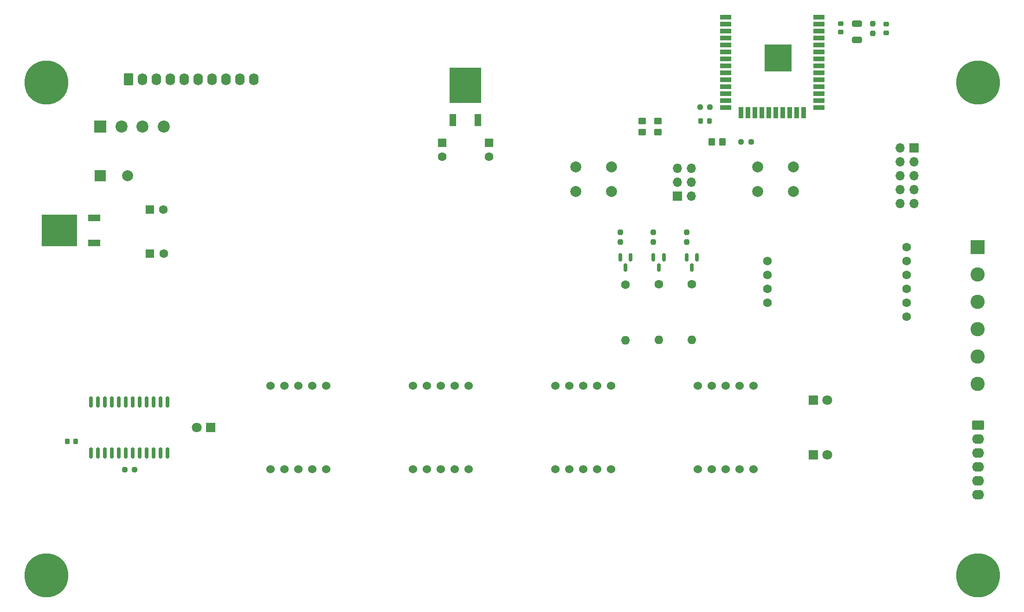
<source format=gbr>
%TF.GenerationSoftware,KiCad,Pcbnew,(6.0.2)*%
%TF.CreationDate,2022-02-26T12:49:07-05:00*%
%TF.ProjectId,digiMatex_DS410,64696769-4d61-4746-9578-5f4453343130,A*%
%TF.SameCoordinates,PX2ebae40PY2255100*%
%TF.FileFunction,Soldermask,Bot*%
%TF.FilePolarity,Negative*%
%FSLAX46Y46*%
G04 Gerber Fmt 4.6, Leading zero omitted, Abs format (unit mm)*
G04 Created by KiCad (PCBNEW (6.0.2)) date 2022-02-26 12:49:07*
%MOMM*%
%LPD*%
G01*
G04 APERTURE LIST*
G04 Aperture macros list*
%AMRoundRect*
0 Rectangle with rounded corners*
0 $1 Rounding radius*
0 $2 $3 $4 $5 $6 $7 $8 $9 X,Y pos of 4 corners*
0 Add a 4 corners polygon primitive as box body*
4,1,4,$2,$3,$4,$5,$6,$7,$8,$9,$2,$3,0*
0 Add four circle primitives for the rounded corners*
1,1,$1+$1,$2,$3*
1,1,$1+$1,$4,$5*
1,1,$1+$1,$6,$7*
1,1,$1+$1,$8,$9*
0 Add four rect primitives between the rounded corners*
20,1,$1+$1,$2,$3,$4,$5,0*
20,1,$1+$1,$4,$5,$6,$7,0*
20,1,$1+$1,$6,$7,$8,$9,0*
20,1,$1+$1,$8,$9,$2,$3,0*%
G04 Aperture macros list end*
%ADD10RoundRect,0.250000X-0.350000X-0.450000X0.350000X-0.450000X0.350000X0.450000X-0.350000X0.450000X0*%
%ADD11R,2.200000X1.200000*%
%ADD12R,6.400000X5.800000*%
%ADD13RoundRect,0.250000X-0.450000X0.350000X-0.450000X-0.350000X0.450000X-0.350000X0.450000X0.350000X0*%
%ADD14RoundRect,0.237500X-0.250000X-0.237500X0.250000X-0.237500X0.250000X0.237500X-0.250000X0.237500X0*%
%ADD15RoundRect,0.237500X-0.237500X0.250000X-0.237500X-0.250000X0.237500X-0.250000X0.237500X0.250000X0*%
%ADD16C,1.600000*%
%ADD17O,1.600000X1.600000*%
%ADD18RoundRect,0.237500X0.237500X-0.250000X0.237500X0.250000X-0.237500X0.250000X-0.237500X-0.250000X0*%
%ADD19RoundRect,0.225000X-0.225000X-0.250000X0.225000X-0.250000X0.225000X0.250000X-0.225000X0.250000X0*%
%ADD20C,1.524000*%
%ADD21R,1.600000X1.600000*%
%ADD22R,1.700000X1.700000*%
%ADD23O,1.700000X1.700000*%
%ADD24R,1.800000X1.800000*%
%ADD25C,1.800000*%
%ADD26R,1.200000X2.200000*%
%ADD27R,5.800000X6.400000*%
%ADD28RoundRect,0.150000X-0.150000X0.587500X-0.150000X-0.587500X0.150000X-0.587500X0.150000X0.587500X0*%
%ADD29C,8.000000*%
%ADD30RoundRect,0.225000X-0.250000X0.225000X-0.250000X-0.225000X0.250000X-0.225000X0.250000X0.225000X0*%
%ADD31C,2.000000*%
%ADD32RoundRect,0.225000X0.250000X-0.225000X0.250000X0.225000X-0.250000X0.225000X-0.250000X-0.225000X0*%
%ADD33RoundRect,0.250000X-0.650000X0.325000X-0.650000X-0.325000X0.650000X-0.325000X0.650000X0.325000X0*%
%ADD34R,2.600000X2.600000*%
%ADD35C,2.600000*%
%ADD36C,2.200000*%
%ADD37R,2.200000X2.200000*%
%ADD38RoundRect,0.250000X-0.845000X0.620000X-0.845000X-0.620000X0.845000X-0.620000X0.845000X0.620000X0*%
%ADD39O,2.190000X1.740000*%
%ADD40RoundRect,0.150000X-0.150000X0.875000X-0.150000X-0.875000X0.150000X-0.875000X0.150000X0.875000X0*%
%ADD41R,5.000000X5.000000*%
%ADD42R,2.000000X0.900000*%
%ADD43R,0.900000X2.000000*%
%ADD44R,2.000000X2.000000*%
%ADD45RoundRect,0.250000X-0.620000X-0.845000X0.620000X-0.845000X0.620000X0.845000X-0.620000X0.845000X0*%
%ADD46O,1.740000X2.190000*%
G04 APERTURE END LIST*
D10*
%TO.C,R13*%
X129400000Y-31800000D03*
X127400000Y-31800000D03*
%TD*%
D11*
%TO.C,U2*%
X14700000Y-45720000D03*
D12*
X8400000Y-48000000D03*
D11*
X14700000Y-50280000D03*
%TD*%
D13*
%TO.C,R12*%
X117600000Y-28000000D03*
X117600000Y-30000000D03*
%TD*%
%TO.C,R11*%
X114700000Y-28000000D03*
X114700000Y-30000000D03*
%TD*%
D14*
%TO.C,R10*%
X134612500Y-31800000D03*
X132787500Y-31800000D03*
%TD*%
%TO.C,R9*%
X125287500Y-25500000D03*
X127112500Y-25500000D03*
%TD*%
D15*
%TO.C,R8*%
X156800000Y-10187500D03*
X156800000Y-12012500D03*
%TD*%
D16*
%TO.C,R7*%
X111700000Y-57850000D03*
D17*
X111700000Y-68010000D03*
%TD*%
D16*
%TO.C,R6*%
X123800000Y-57820000D03*
D17*
X123800000Y-67980000D03*
%TD*%
D18*
%TO.C,R5*%
X110750000Y-50112500D03*
X110750000Y-48287500D03*
%TD*%
%TO.C,R4*%
X122850000Y-48287500D03*
X122850000Y-50112500D03*
%TD*%
D17*
%TO.C,R3*%
X117750000Y-67980000D03*
D16*
X117750000Y-57820000D03*
%TD*%
D18*
%TO.C,R2*%
X116800000Y-50112500D03*
X116800000Y-48287500D03*
%TD*%
D14*
%TO.C,R1*%
X20287500Y-91700000D03*
X22112500Y-91700000D03*
%TD*%
D19*
%TO.C,C8*%
X125425000Y-28000000D03*
X126975000Y-28000000D03*
%TD*%
D20*
%TO.C,D4*%
X72920000Y-91620000D03*
X75460000Y-91620000D03*
X78000000Y-91620000D03*
X80540000Y-91620000D03*
X83080000Y-91620000D03*
X83080000Y-76380000D03*
X80540000Y-76380000D03*
X78000000Y-76380000D03*
X75460000Y-76380000D03*
X72920000Y-76380000D03*
%TD*%
D21*
%TO.C,C9*%
X78200000Y-32000000D03*
D16*
X78200000Y-34500000D03*
%TD*%
D21*
%TO.C,C10*%
X86800000Y-32000000D03*
D16*
X86800000Y-34500000D03*
%TD*%
D22*
%TO.C,J3*%
X121175000Y-41725000D03*
D23*
X123715000Y-41725000D03*
X121175000Y-39185000D03*
X123715000Y-39185000D03*
X121175000Y-36645000D03*
X123715000Y-36645000D03*
%TD*%
D24*
%TO.C,D8*%
X146000000Y-89000000D03*
D25*
X148540000Y-89000000D03*
%TD*%
D26*
%TO.C,U4*%
X84780000Y-27800000D03*
D27*
X82500000Y-21500000D03*
D26*
X80220000Y-27800000D03*
%TD*%
D28*
%TO.C,Q1*%
X122850000Y-52862500D03*
X124750000Y-52862500D03*
X123800000Y-54737500D03*
%TD*%
D24*
%TO.C,D6*%
X146000000Y-79000000D03*
D25*
X148540000Y-79000000D03*
%TD*%
D24*
%TO.C,D7*%
X36000000Y-84000000D03*
D25*
X33460000Y-84000000D03*
%TD*%
D20*
%TO.C,D5*%
X46920000Y-91620000D03*
X49460000Y-91620000D03*
X52000000Y-91620000D03*
X54540000Y-91620000D03*
X57080000Y-91620000D03*
X57080000Y-76380000D03*
X54540000Y-76380000D03*
X52000000Y-76380000D03*
X49460000Y-76380000D03*
X46920000Y-76380000D03*
%TD*%
D29*
%TO.C,H1*%
X6000000Y-21000000D03*
%TD*%
D30*
%TO.C,C5*%
X159300000Y-10325000D03*
X159300000Y-11875000D03*
%TD*%
D20*
%TO.C,D2*%
X124920000Y-91620000D03*
X127460000Y-91620000D03*
X130000000Y-91620000D03*
X132540000Y-91620000D03*
X135080000Y-91620000D03*
X135080000Y-76380000D03*
X132540000Y-76380000D03*
X130000000Y-76380000D03*
X127460000Y-76380000D03*
X124920000Y-76380000D03*
%TD*%
D31*
%TO.C,SW2*%
X109100000Y-40900000D03*
X102600000Y-40900000D03*
X102600000Y-36400000D03*
X109100000Y-36400000D03*
%TD*%
D28*
%TO.C,Q2*%
X116800000Y-52862500D03*
X118700000Y-52862500D03*
X117750000Y-54737500D03*
%TD*%
D20*
%TO.C,D3*%
X98920000Y-91620000D03*
X101460000Y-91620000D03*
X104000000Y-91620000D03*
X106540000Y-91620000D03*
X109080000Y-91620000D03*
X109080000Y-76380000D03*
X106540000Y-76380000D03*
X104000000Y-76380000D03*
X101460000Y-76380000D03*
X98920000Y-76380000D03*
%TD*%
D32*
%TO.C,C7*%
X151000000Y-10225000D03*
X151000000Y-11775000D03*
%TD*%
D29*
%TO.C,H3*%
X176000000Y-111000000D03*
%TD*%
%TO.C,H2*%
X6000000Y-111000000D03*
%TD*%
%TO.C,H4*%
X176000000Y-21000000D03*
%TD*%
D31*
%TO.C,SW1*%
X135800000Y-40900000D03*
X142300000Y-40900000D03*
X142300000Y-36400000D03*
X135800000Y-36400000D03*
%TD*%
D22*
%TO.C,J2*%
X164375000Y-32925000D03*
D23*
X161835000Y-32925000D03*
X164375000Y-35465000D03*
X161835000Y-35465000D03*
X164375000Y-38005000D03*
X161835000Y-38005000D03*
X164375000Y-40545000D03*
X161835000Y-40545000D03*
X164375000Y-43085000D03*
X161835000Y-43085000D03*
%TD*%
D28*
%TO.C,Q3*%
X110750000Y-52862500D03*
X112650000Y-52862500D03*
X111700000Y-54737500D03*
%TD*%
D33*
%TO.C,C6*%
X153900000Y-13175000D03*
X153900000Y-10225000D03*
%TD*%
D19*
%TO.C,C2*%
X11375000Y-86500000D03*
X9825000Y-86500000D03*
%TD*%
D34*
%TO.C,J5*%
X175975000Y-51000000D03*
D35*
X175975000Y-56000000D03*
X175975000Y-61000000D03*
X175975000Y-66000000D03*
X175975000Y-71000000D03*
X175975000Y-76000000D03*
%TD*%
D36*
%TO.C,D1*%
X27400000Y-29037500D03*
X23550000Y-29037500D03*
X19700000Y-29037500D03*
D37*
X15850000Y-29037500D03*
%TD*%
D16*
%TO.C,A2*%
X163000000Y-51000000D03*
X163000000Y-53540000D03*
X163000000Y-56080000D03*
X163000000Y-58620000D03*
X163000000Y-61160000D03*
X163000000Y-63700000D03*
X137600000Y-61160000D03*
X137600000Y-58620000D03*
X137600000Y-56080000D03*
X137600000Y-53540000D03*
%TD*%
D38*
%TO.C,J4*%
X176000000Y-83500000D03*
D39*
X176000000Y-86040000D03*
X176000000Y-88580000D03*
X176000000Y-91120000D03*
X176000000Y-93660000D03*
X176000000Y-96200000D03*
%TD*%
D40*
%TO.C,U1*%
X14115000Y-88650000D03*
X15385000Y-88650000D03*
X16655000Y-88650000D03*
X17925000Y-88650000D03*
X19195000Y-88650000D03*
X20465000Y-88650000D03*
X21735000Y-88650000D03*
X23005000Y-88650000D03*
X24275000Y-88650000D03*
X25545000Y-88650000D03*
X26815000Y-88650000D03*
X28085000Y-88650000D03*
X28085000Y-79350000D03*
X26815000Y-79350000D03*
X25545000Y-79350000D03*
X24275000Y-79350000D03*
X23005000Y-79350000D03*
X21735000Y-79350000D03*
X20465000Y-79350000D03*
X19195000Y-79350000D03*
X17925000Y-79350000D03*
X16655000Y-79350000D03*
X15385000Y-79350000D03*
X14115000Y-79350000D03*
%TD*%
D41*
%TO.C,U3*%
X139500000Y-16495000D03*
D42*
X130000000Y-8995000D03*
X130000000Y-10265000D03*
X130000000Y-11535000D03*
X130000000Y-12805000D03*
X130000000Y-14075000D03*
X130000000Y-15345000D03*
X130000000Y-16615000D03*
X130000000Y-17885000D03*
X130000000Y-19155000D03*
X130000000Y-20425000D03*
X130000000Y-21695000D03*
X130000000Y-22965000D03*
X130000000Y-24235000D03*
X130000000Y-25505000D03*
D43*
X132785000Y-26505000D03*
X134055000Y-26505000D03*
X135325000Y-26505000D03*
X136595000Y-26505000D03*
X137865000Y-26505000D03*
X139135000Y-26505000D03*
X140405000Y-26505000D03*
X141675000Y-26505000D03*
X142945000Y-26505000D03*
X144215000Y-26505000D03*
D42*
X147000000Y-25505000D03*
X147000000Y-24235000D03*
X147000000Y-22965000D03*
X147000000Y-21695000D03*
X147000000Y-20425000D03*
X147000000Y-19155000D03*
X147000000Y-17885000D03*
X147000000Y-16615000D03*
X147000000Y-15345000D03*
X147000000Y-14075000D03*
X147000000Y-12805000D03*
X147000000Y-11535000D03*
X147000000Y-10265000D03*
X147000000Y-8995000D03*
%TD*%
D16*
%TO.C,C3*%
X27392621Y-44200000D03*
D21*
X24892621Y-44200000D03*
%TD*%
%TO.C,C4*%
X24917621Y-52200000D03*
D16*
X27417621Y-52200000D03*
%TD*%
D44*
%TO.C,C1*%
X15814823Y-38000000D03*
D31*
X20814823Y-38000000D03*
%TD*%
D45*
%TO.C,J1*%
X21000000Y-20400000D03*
D46*
X23540000Y-20400000D03*
X26080000Y-20400000D03*
X28620000Y-20400000D03*
X31160000Y-20400000D03*
X33700000Y-20400000D03*
X36240000Y-20400000D03*
X38780000Y-20400000D03*
X41320000Y-20400000D03*
X43860000Y-20400000D03*
%TD*%
M02*

</source>
